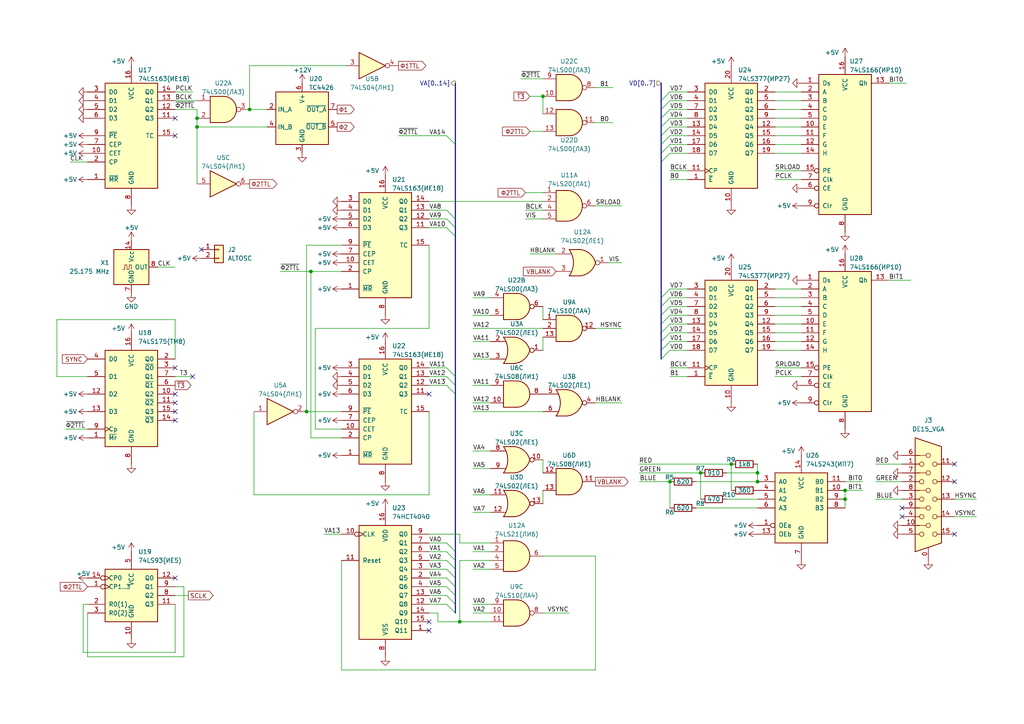
<source format=kicad_sch>
(kicad_sch (version 20230121) (generator eeschema)
  (paper "A4")
  (title_block (title "Pacific-80") (date "2023-07-13") (rev "1"))
  (junction (at 245.11 142.24))
  (junction (at 90.17 78.74))
  (junction (at 219.71 139.7))
  (junction (at 72.39 31.75))
  (junction (at 57.15 36.83))
  (junction (at 133.35 180.34))
  (junction (at 203.2 137.16))
  (junction (at 88.9 119.38))
  (junction (at 194.31 139.7))
  (junction (at 245.11 144.78))
  (junction (at 157.48 27.94))
  (junction (at 57.15 34.29))
  (junction (at 219.71 137.16))
  (junction (at 212.09 134.62))
  (no_connect (at 261.62 149.86))
  (no_connect (at 124.46 114.3))
  (no_connect (at 50.8 106.68))
  (no_connect (at 58.42 72.39))
  (no_connect (at 50.8 116.84))
  (no_connect (at 50.8 34.29))
  (no_connect (at 276.86 134.62))
  (no_connect (at 124.46 182.88))
  (no_connect (at 50.8 39.37))
  (no_connect (at 276.86 139.7))
  (no_connect (at 50.8 119.38))
  (no_connect (at 50.8 121.92))
  (no_connect (at 55.88 109.22))
  (no_connect (at 261.62 147.32))
  (no_connect (at 50.8 114.3))
  (no_connect (at 276.86 154.94))
  (no_connect (at 50.8 167.64))
  (no_connect (at 124.46 180.34))
  (bus_entry (at 194.31 91.44) (size -2.54 2.54))
  (bus_entry (at 129.54 60.96) (size 2.54 2.54))
  (bus_entry (at 194.31 101.6) (size -2.54 2.54))
  (bus_entry (at 129.54 39.37) (size 2.54 2.54))
  (bus_entry (at 194.31 34.29) (size -2.54 2.54))
  (bus_entry (at 194.31 39.37) (size -2.54 2.54))
  (bus_entry (at 129.54 165.1) (size 2.54 2.54))
  (bus_entry (at 129.54 66.04) (size 2.54 2.54))
  (bus_entry (at 194.31 88.9) (size -2.54 2.54))
  (bus_entry (at 194.31 86.36) (size -2.54 2.54))
  (bus_entry (at 194.31 31.75) (size -2.54 2.54))
  (bus_entry (at 129.54 170.18) (size 2.54 2.54))
  (bus_entry (at 129.54 172.72) (size 2.54 2.54))
  (bus_entry (at 129.54 162.56) (size 2.54 2.54))
  (bus_entry (at 194.31 83.82) (size -2.54 2.54))
  (bus_entry (at 194.31 44.45) (size -2.54 2.54))
  (bus_entry (at 194.31 99.06) (size -2.54 2.54))
  (bus_entry (at 129.54 109.22) (size 2.54 2.54))
  (bus_entry (at 194.31 96.52) (size -2.54 2.54))
  (bus_entry (at 129.54 63.5) (size 2.54 2.54))
  (bus_entry (at 194.31 26.67) (size -2.54 2.54))
  (bus_entry (at 129.54 111.76) (size 2.54 2.54))
  (bus_entry (at 194.31 93.98) (size -2.54 2.54))
  (bus_entry (at 129.54 106.68) (size 2.54 2.54))
  (bus_entry (at 194.31 29.21) (size -2.54 2.54))
  (bus_entry (at 194.31 41.91) (size -2.54 2.54))
  (bus_entry (at 129.54 157.48) (size 2.54 2.54))
  (bus_entry (at 129.54 167.64) (size 2.54 2.54))
  (bus_entry (at 194.31 36.83) (size -2.54 2.54))
  (bus_entry (at 129.54 160.02) (size 2.54 2.54))
  (bus_entry (at 129.54 175.26) (size 2.54 2.54))
  (wire (pts (xy 157.48 97.79) (xy 157.48 101.6)))
  (bus (pts (xy 191.77 86.36) (xy 191.77 88.9)))
  (wire (pts (xy 254 139.7) (xy 261.62 139.7)))
  (wire (pts (xy 133.35 180.34) (xy 142.24 180.34)))
  (wire (pts (xy 276.86 144.78) (xy 283.21 144.78)))
  (wire (pts (xy 212.09 142.24) (xy 212.09 134.62)))
  (wire (pts (xy 224.79 34.29) (xy 232.41 34.29)))
  (wire (pts (xy 137.16 116.84) (xy 142.24 116.84)))
  (wire (pts (xy 99.06 71.12) (xy 88.9 71.12)))
  (wire (pts (xy 194.31 26.67) (xy 199.39 26.67)))
  (wire (pts (xy 99.06 154.94) (xy 93.98 154.94)))
  (wire (pts (xy 224.79 49.53) (xy 232.41 49.53)))
  (wire (pts (xy 250.19 139.7) (xy 245.11 139.7)))
  (wire (pts (xy 137.16 95.25) (xy 157.48 95.25)))
  (bus (pts (xy 132.08 66.04) (xy 132.08 68.58)))
  (wire (pts (xy 124.46 167.64) (xy 129.54 167.64)))
  (wire (pts (xy 127 177.8) (xy 127 180.34)))
  (wire (pts (xy 57.15 36.83) (xy 77.47 36.83)))
  (wire (pts (xy 194.31 96.52) (xy 199.39 96.52)))
  (wire (pts (xy 137.16 135.89) (xy 142.24 135.89)))
  (wire (pts (xy 157.48 161.29) (xy 172.72 161.29)))
  (wire (pts (xy 224.79 83.82) (xy 232.41 83.82)))
  (wire (pts (xy 257.81 81.28) (xy 264.16 81.28)))
  (wire (pts (xy 124.46 172.72) (xy 129.54 172.72)))
  (wire (pts (xy 57.15 34.29) (xy 57.15 31.75)))
  (wire (pts (xy 194.31 83.82) (xy 199.39 83.82)))
  (wire (pts (xy 50.8 92.71) (xy 16.51 92.71)))
  (wire (pts (xy 142.24 162.56) (xy 133.35 162.56)))
  (wire (pts (xy 254 144.78) (xy 261.62 144.78)))
  (wire (pts (xy 250.19 142.24) (xy 245.11 142.24)))
  (wire (pts (xy 194.31 31.75) (xy 199.39 31.75)))
  (wire (pts (xy 124.46 66.04) (xy 129.54 66.04)))
  (wire (pts (xy 245.11 142.24) (xy 245.11 144.78)))
  (wire (pts (xy 224.79 93.98) (xy 232.41 93.98)))
  (wire (pts (xy 50.8 175.26) (xy 50.8 189.23)))
  (bus (pts (xy 132.08 162.56) (xy 132.08 165.1)))
  (wire (pts (xy 24.13 175.26) (xy 25.4 175.26)))
  (wire (pts (xy 194.31 52.07) (xy 199.39 52.07)))
  (wire (pts (xy 137.16 104.14) (xy 142.24 104.14)))
  (wire (pts (xy 137.16 160.02) (xy 142.24 160.02)))
  (bus (pts (xy 191.77 41.91) (xy 191.77 44.45)))
  (wire (pts (xy 172.72 59.69) (xy 180.34 59.69)))
  (wire (pts (xy 224.79 101.6) (xy 232.41 101.6)))
  (wire (pts (xy 73.66 143.51) (xy 73.66 119.38)))
  (wire (pts (xy 224.79 41.91) (xy 232.41 41.91)))
  (wire (pts (xy 91.44 95.25) (xy 124.46 95.25)))
  (wire (pts (xy 194.31 34.29) (xy 199.39 34.29)))
  (wire (pts (xy 99.06 194.31) (xy 99.06 162.56)))
  (bus (pts (xy 132.08 41.91) (xy 132.08 63.5)))
  (wire (pts (xy 219.71 137.16) (xy 219.71 139.7)))
  (wire (pts (xy 194.31 41.91) (xy 199.39 41.91)))
  (wire (pts (xy 194.31 101.6) (xy 199.39 101.6)))
  (wire (pts (xy 224.79 109.22) (xy 232.41 109.22)))
  (wire (pts (xy 194.31 93.98) (xy 199.39 93.98)))
  (wire (pts (xy 157.48 142.24) (xy 157.48 146.05)))
  (bus (pts (xy 191.77 34.29) (xy 191.77 36.83)))
  (wire (pts (xy 172.72 116.84) (xy 180.34 116.84)))
  (bus (pts (xy 132.08 172.72) (xy 132.08 175.26)))
  (wire (pts (xy 224.79 86.36) (xy 232.41 86.36)))
  (bus (pts (xy 191.77 44.45) (xy 191.77 46.99)))
  (wire (pts (xy 16.51 109.22) (xy 25.4 109.22)))
  (bus (pts (xy 132.08 160.02) (xy 132.08 162.56)))
  (wire (pts (xy 50.8 109.22) (xy 55.88 109.22)))
  (wire (pts (xy 19.05 124.46) (xy 25.4 124.46)))
  (bus (pts (xy 132.08 175.26) (xy 132.08 177.8)))
  (wire (pts (xy 224.79 106.68) (xy 232.41 106.68)))
  (wire (pts (xy 124.46 177.8) (xy 127 177.8)))
  (wire (pts (xy 90.17 127) (xy 90.17 78.74)))
  (wire (pts (xy 124.46 154.94) (xy 133.35 154.94)))
  (wire (pts (xy 152.4 55.88) (xy 157.48 55.88)))
  (wire (pts (xy 224.79 96.52) (xy 232.41 96.52)))
  (wire (pts (xy 245.11 144.78) (xy 245.11 147.32)))
  (wire (pts (xy 16.51 92.71) (xy 16.51 109.22)))
  (wire (pts (xy 137.16 165.1) (xy 142.24 165.1)))
  (wire (pts (xy 137.16 130.81) (xy 142.24 130.81)))
  (wire (pts (xy 153.67 38.1) (xy 157.48 38.1)))
  (wire (pts (xy 53.34 190.5) (xy 25.4 190.5)))
  (wire (pts (xy 45.72 77.47) (xy 50.8 77.47)))
  (wire (pts (xy 53.34 170.18) (xy 50.8 170.18)))
  (wire (pts (xy 224.79 31.75) (xy 232.41 31.75)))
  (wire (pts (xy 124.46 106.68) (xy 129.54 106.68)))
  (bus (pts (xy 191.77 29.21) (xy 191.77 31.75)))
  (wire (pts (xy 157.48 88.9) (xy 157.48 92.71)))
  (wire (pts (xy 194.31 36.83) (xy 199.39 36.83)))
  (wire (pts (xy 72.39 19.05) (xy 100.33 19.05)))
  (wire (pts (xy 194.31 44.45) (xy 199.39 44.45)))
  (bus (pts (xy 132.08 63.5) (xy 132.08 66.04)))
  (wire (pts (xy 224.79 88.9) (xy 232.41 88.9)))
  (wire (pts (xy 24.13 175.26) (xy 24.13 189.23)))
  (wire (pts (xy 157.48 177.8) (xy 165.1 177.8)))
  (wire (pts (xy 88.9 119.38) (xy 99.06 119.38)))
  (wire (pts (xy 203.2 144.78) (xy 203.2 137.16)))
  (wire (pts (xy 153.67 73.66) (xy 161.29 73.66)))
  (wire (pts (xy 124.46 143.51) (xy 124.46 119.38)))
  (wire (pts (xy 194.31 147.32) (xy 194.31 139.7)))
  (bus (pts (xy 132.08 24.13) (xy 132.08 41.91)))
  (wire (pts (xy 257.81 24.13) (xy 262.89 24.13)))
  (bus (pts (xy 191.77 91.44) (xy 191.77 93.98)))
  (wire (pts (xy 88.9 71.12) (xy 88.9 119.38)))
  (wire (pts (xy 133.35 162.56) (xy 133.35 180.34)))
  (wire (pts (xy 73.66 143.51) (xy 124.46 143.51)))
  (bus (pts (xy 132.08 111.76) (xy 132.08 114.3)))
  (wire (pts (xy 224.79 44.45) (xy 232.41 44.45)))
  (wire (pts (xy 176.53 76.2) (xy 180.34 76.2)))
  (bus (pts (xy 132.08 68.58) (xy 132.08 109.22)))
  (wire (pts (xy 172.72 35.56) (xy 177.8 35.56)))
  (wire (pts (xy 50.8 29.21) (xy 57.15 29.21)))
  (wire (pts (xy 224.79 52.07) (xy 232.41 52.07)))
  (wire (pts (xy 124.46 162.56) (xy 129.54 162.56)))
  (wire (pts (xy 194.31 29.21) (xy 199.39 29.21)))
  (wire (pts (xy 133.35 157.48) (xy 142.24 157.48)))
  (wire (pts (xy 137.16 86.36) (xy 142.24 86.36)))
  (wire (pts (xy 124.46 95.25) (xy 124.46 71.12)))
  (wire (pts (xy 194.31 88.9) (xy 199.39 88.9)))
  (wire (pts (xy 127 180.34) (xy 133.35 180.34)))
  (wire (pts (xy 57.15 36.83) (xy 57.15 53.34)))
  (bus (pts (xy 191.77 39.37) (xy 191.77 41.91)))
  (wire (pts (xy 219.71 139.7) (xy 201.93 139.7)))
  (wire (pts (xy 53.34 170.18) (xy 53.34 190.5)))
  (bus (pts (xy 191.77 88.9) (xy 191.77 91.44)))
  (wire (pts (xy 124.46 175.26) (xy 129.54 175.26)))
  (wire (pts (xy 224.79 26.67) (xy 232.41 26.67)))
  (wire (pts (xy 124.46 111.76) (xy 129.54 111.76)))
  (wire (pts (xy 50.8 31.75) (xy 57.15 31.75)))
  (wire (pts (xy 57.15 34.29) (xy 57.15 36.83)))
  (wire (pts (xy 137.16 175.26) (xy 142.24 175.26)))
  (wire (pts (xy 203.2 137.16) (xy 185.42 137.16)))
  (wire (pts (xy 276.86 149.86) (xy 283.21 149.86)))
  (wire (pts (xy 194.31 91.44) (xy 199.39 91.44)))
  (wire (pts (xy 172.72 25.4) (xy 177.8 25.4)))
  (wire (pts (xy 124.46 63.5) (xy 129.54 63.5)))
  (bus (pts (xy 191.77 99.06) (xy 191.77 101.6)))
  (wire (pts (xy 194.31 99.06) (xy 199.39 99.06)))
  (wire (pts (xy 137.16 91.44) (xy 142.24 91.44)))
  (wire (pts (xy 137.16 99.06) (xy 142.24 99.06)))
  (wire (pts (xy 194.31 109.22) (xy 199.39 109.22)))
  (wire (pts (xy 91.44 124.46) (xy 99.06 124.46)))
  (wire (pts (xy 77.47 31.75) (xy 72.39 31.75)))
  (wire (pts (xy 224.79 91.44) (xy 232.41 91.44)))
  (wire (pts (xy 219.71 144.78) (xy 210.82 144.78)))
  (wire (pts (xy 224.79 29.21) (xy 232.41 29.21)))
  (wire (pts (xy 124.46 170.18) (xy 129.54 170.18)))
  (wire (pts (xy 124.46 157.48) (xy 129.54 157.48)))
  (wire (pts (xy 152.4 63.5) (xy 157.48 63.5)))
  (bus (pts (xy 132.08 114.3) (xy 132.08 160.02)))
  (wire (pts (xy 99.06 127) (xy 90.17 127)))
  (bus (pts (xy 132.08 165.1) (xy 132.08 167.64)))
  (wire (pts (xy 124.46 58.42) (xy 157.48 58.42)))
  (wire (pts (xy 194.31 49.53) (xy 199.39 49.53)))
  (wire (pts (xy 25.4 177.8) (xy 25.4 190.5)))
  (wire (pts (xy 153.67 27.94) (xy 157.48 27.94)))
  (bus (pts (xy 132.08 170.18) (xy 132.08 172.72)))
  (wire (pts (xy 224.79 39.37) (xy 232.41 39.37)))
  (wire (pts (xy 24.13 189.23) (xy 50.8 189.23)))
  (wire (pts (xy 137.16 119.38) (xy 157.48 119.38)))
  (wire (pts (xy 194.31 86.36) (xy 199.39 86.36)))
  (wire (pts (xy 185.42 134.62) (xy 212.09 134.62)))
  (wire (pts (xy 157.48 133.35) (xy 157.48 137.16)))
  (wire (pts (xy 224.79 99.06) (xy 232.41 99.06)))
  (wire (pts (xy 20.32 46.99) (xy 25.4 46.99)))
  (wire (pts (xy 124.46 109.22) (xy 129.54 109.22)))
  (wire (pts (xy 90.17 78.74) (xy 99.06 78.74)))
  (bus (pts (xy 191.77 93.98) (xy 191.77 96.52)))
  (wire (pts (xy 194.31 39.37) (xy 199.39 39.37)))
  (wire (pts (xy 50.8 26.67) (xy 55.88 26.67)))
  (wire (pts (xy 151.13 22.86) (xy 157.48 22.86)))
  (wire (pts (xy 124.46 160.02) (xy 129.54 160.02)))
  (wire (pts (xy 50.8 172.72) (xy 54.61 172.72)))
  (wire (pts (xy 254 134.62) (xy 261.62 134.62)))
  (wire (pts (xy 157.48 27.94) (xy 157.48 33.02)))
  (bus (pts (xy 191.77 96.52) (xy 191.77 99.06)))
  (wire (pts (xy 137.16 177.8) (xy 142.24 177.8)))
  (bus (pts (xy 191.77 24.13) (xy 191.77 29.21)))
  (bus (pts (xy 132.08 109.22) (xy 132.08 111.76)))
  (bus (pts (xy 191.77 36.83) (xy 191.77 39.37)))
  (wire (pts (xy 172.72 95.25) (xy 180.34 95.25)))
  (wire (pts (xy 137.16 143.51) (xy 142.24 143.51)))
  (wire (pts (xy 81.28 78.74) (xy 90.17 78.74)))
  (wire (pts (xy 115.57 39.37) (xy 129.54 39.37)))
  (wire (pts (xy 219.71 134.62) (xy 219.71 137.16)))
  (wire (pts (xy 137.16 111.76) (xy 142.24 111.76)))
  (wire (pts (xy 172.72 194.31) (xy 99.06 194.31)))
  (wire (pts (xy 124.46 165.1) (xy 129.54 165.1)))
  (wire (pts (xy 50.8 104.14) (xy 50.8 92.71)))
  (bus (pts (xy 191.77 31.75) (xy 191.77 34.29)))
  (wire (pts (xy 124.46 60.96) (xy 129.54 60.96)))
  (wire (pts (xy 72.39 19.05) (xy 72.39 31.75)))
  (wire (pts (xy 172.72 161.29) (xy 172.72 194.31)))
  (wire (pts (xy 137.16 148.59) (xy 142.24 148.59)))
  (bus (pts (xy 132.08 167.64) (xy 132.08 170.18)))
  (wire (pts (xy 133.35 157.48) (xy 133.35 154.94)))
  (bus (pts (xy 191.77 101.6) (xy 191.77 104.14)))
  (wire (pts (xy 201.93 147.32) (xy 219.71 147.32)))
  (wire (pts (xy 91.44 124.46) (xy 91.44 95.25)))
  (wire (pts (xy 185.42 139.7) (xy 194.31 139.7)))
  (bus (pts (xy 191.77 46.99) (xy 191.77 86.36)))
  (wire (pts (xy 194.31 106.68) (xy 199.39 106.68)))
  (wire (pts (xy 224.79 36.83) (xy 232.41 36.83)))
  (wire (pts (xy 152.4 60.96) (xy 157.48 60.96)))
  (wire (pts (xy 219.71 137.16) (xy 210.82 137.16)))
  (label "VA3" (at 124.46 165.1 0))
  (label "B1" (at 173.99 25.4 0))
  (label "VD3" (at 194.31 93.98 0))
  (label "CLK" (at 45.72 77.47 0))
  (label "PCLK" (at 224.79 109.22 0))
  (label "VA2" (at 124.46 162.56 0))
  (label "VD5" (at 194.31 31.75 0))
  (label "BIT1" (at 257.81 81.28 0))
  (label "VA2" (at 137.16 165.1 0))
  (label "BCLK" (at 194.31 106.68 0))
  (label "BIT0" (at 250.19 139.7 180))
  (label "VA12" (at 124.46 109.22 0))
  (label "BCLK" (at 50.8 29.21 0))
  (label "VIS" (at 176.53 76.2 0))
  (label "VA8" (at 124.46 60.96 0))
  (label "VA1" (at 137.16 160.02 0))
  (label "~{Ф2TTL}" (at 19.05 124.46 0))
  (label "VD6" (at 194.31 29.21 0))
  (label "RED" (at 257.81 134.62 180))
  (label "VA9" (at 137.16 86.36 0))
  (label "CLK" (at 20.32 46.99 0))
  (label "BIT1" (at 250.19 142.24 180))
  (label "VA14" (at 124.46 39.37 0))
  (label "VD4" (at 194.31 34.29 0))
  (label "VD7" (at 194.31 83.82 0))
  (label "B1" (at 194.31 109.22 0))
  (label "VD4" (at 194.31 91.44 0))
  (label "VD0" (at 194.31 101.6 0))
  (label "VA11" (at 137.16 111.76 0))
  (label "VA11" (at 124.46 106.68 0))
  (label "VA11" (at 137.16 99.06 0))
  (label "SRLOAD" (at 172.72 59.69 0))
  (label "VA10" (at 124.46 66.04 0))
  (label "VSYNC" (at 158.75 177.8 0))
  (label "VA4" (at 137.16 130.81 0))
  (label "VD3" (at 194.31 36.83 0))
  (label "~{Ф2TTL}" (at 115.57 39.37 0))
  (label "VA7" (at 137.16 148.59 0))
  (label "VA13" (at 137.16 119.38 0))
  (label "VA5" (at 137.16 135.89 0))
  (label "PCLK" (at 224.79 52.07 0))
  (label "VA12" (at 137.16 95.25 0))
  (label "BLUE" (at 190.5 139.7 180))
  (label "VD2" (at 194.31 39.37 0))
  (label "HSYNC" (at 173.99 95.25 0))
  (label "BLUE" (at 259.08 144.78 180))
  (label "HBLANK" (at 153.67 73.66 0))
  (label "SRLOAD" (at 224.79 106.68 0))
  (label "~{Ф2TTL}" (at 81.28 78.74 0))
  (label "VD6" (at 194.31 86.36 0))
  (label "VD2" (at 194.31 96.52 0))
  (label "VA6" (at 124.46 172.72 0))
  (label "BIT0" (at 257.81 24.13 0))
  (label "VA4" (at 124.46 167.64 0))
  (label "VA0" (at 137.16 175.26 0))
  (label "VA12" (at 137.16 116.84 0))
  (label "VSYNC" (at 276.86 149.86 0))
  (label "~{Ф2TTL}" (at 151.13 22.86 0))
  (label "VD1" (at 194.31 41.91 0))
  (label "GREEN" (at 260.35 139.7 180))
  (label "VD7" (at 194.31 26.67 0))
  (label "VIS" (at 152.4 63.5 0))
  (label "~{Ф2TTL}" (at 50.8 31.75 0))
  (label "VA0" (at 124.46 157.48 0))
  (label "VA13" (at 124.46 111.76 0))
  (label "VA1" (at 124.46 160.02 0))
  (label "VA7" (at 124.46 175.26 0))
  (label "B0" (at 173.99 35.56 0))
  (label "VD5" (at 194.31 88.9 0))
  (label "HSYNC" (at 276.86 144.78 0))
  (label "VA6" (at 137.16 143.51 0))
  (label "BCLK" (at 194.31 49.53 0))
  (label "SRLOAD" (at 224.79 49.53 0))
  (label "PCLK" (at 50.8 26.67 0))
  (label "VA5" (at 124.46 170.18 0))
  (label "VA13" (at 137.16 104.14 0))
  (label "VA9" (at 124.46 63.5 0))
  (label "VD1" (at 194.31 99.06 0))
  (label "RED" (at 189.23 134.62 180))
  (label "T3" (at 52.07 109.22 0))
  (label "VD0" (at 194.31 44.45 0))
  (label "VA2" (at 137.16 177.8 0))
  (label "GREEN" (at 191.77 137.16 180))
  (label "VA13" (at 93.98 154.94 0))
  (label "VA10" (at 137.16 91.44 0))
  (label "HBLANK" (at 172.72 116.84 0))
  (label "BCLK" (at 152.4 60.96 0))
  (label "B0" (at 194.31 52.07 0))
  (global_label "Ф2TTL" (shape input) (at 153.67 38.1 180) (property "Intersheetrefs" "${INTERSHEET_REFS}" (effects hide)))
  (global_label "Ф1" (shape output) (at 97.79 31.75 0) (property "Intersheetrefs" "${INTERSHEET_REFS}" (effects hide)))
  (global_label "VBLANK" (shape output) (at 172.72 139.7 0) (property "Intersheetrefs" "${INTERSHEET_REFS}" (effects hide)))
  (global_label "Ф2" (shape output) (at 97.79 36.83 0) (property "Intersheetrefs" "${INTERSHEET_REFS}" (effects hide)))
  (global_label "Ф2TTL" (shape output) (at 72.39 53.34 0) (property "Intersheetrefs" "${INTERSHEET_REFS}" (effects hide)))
  (global_label "SCLK" (shape output) (at 54.61 172.72 0) (property "Intersheetrefs" "${INTERSHEET_REFS}" (effects hide)))
  (global_label "~{T3}" (shape input) (at 153.67 27.94 180) (property "Intersheetrefs" "${INTERSHEET_REFS}" (effects hide)))
  (global_label "VBLANK" (shape input) (at 161.29 78.74 180) (property "Intersheetrefs" "${INTERSHEET_REFS}" (effects hide)))
  (global_label "Ф1TTL" (shape output) (at 115.57 19.05 0) (property "Intersheetrefs" "${INTERSHEET_REFS}" (effects hide)))
  (global_label "~{T3}" (shape output) (at 50.8 111.76 0) (property "Intersheetrefs" "${INTERSHEET_REFS}" (effects hide)))
  (global_label "Ф2TTL" (shape input) (at 25.4 170.18 180) (property "Intersheetrefs" "${INTERSHEET_REFS}" (effects hide)))
  (global_label "Ф2TTL" (shape input) (at 152.4 55.88 180) (property "Intersheetrefs" "${INTERSHEET_REFS}" (effects hide)))
  (global_label "SYNC" (shape input) (at 25.4 104.14 180) (property "Intersheetrefs" "${INTERSHEET_REFS}" (effects hide)))
  (hierarchical_label "VA[0..14]" (shape output) (at 132.08 24.13 180))
  (hierarchical_label "VD[0..7]" (shape input) (at 191.77 24.13 180))
  (symbol (lib_id "74xx:74LS20") (at 165.1 59.69 0) (unit 1)
    (property "Reference" "U11" (at 165.1 50.8 0))
    (property "Value" "74LS20(ЛА1)" (at 165.1 53.34 0))
    (property "Footprint" "Package_DIP:DIP-14_W7.62mm" (effects hide))
    (property "Datasheet" "http://www.ti.com/lit/gpn/sn74LS20" (effects hide))
  )
  (symbol (lib_id "power:+5V") (at 212.09 19.05 0) (unit 1)
    (property "Reference" "#PWR02" (effects hide))
    (property "Value" "+5V" (at 208.28 17.78 0))
    (instances (project "pac80" (path "" (reference "#PWR02") (unit 1)) (path "" (reference "#PWR0155") (unit 1))))
  )
  (symbol (lib_id "power:+5V") (at 99.06 114.3 90) (unit 1)
    (property "Reference" "#PWR02" (effects hide))
    (property "Value" "+5V" (at 93.98 114.3 90))
    (instances (project "pac80" (path "" (reference "#PWR02") (unit 1)) (path "" (reference "#PWR0146") (unit 1))))
  )
  (symbol (lib_id "power:+5V") (at 25.4 44.45 90) (unit 1)
    (property "Reference" "#PWR02" (effects hide))
    (property "Value" "+5V" (at 20.32 44.45 90))
    (instances (project "pac80" (path "" (reference "#PWR02") (unit 1)) (path "" (reference "#PWR0118") (unit 1))))
  )
  (symbol (lib_id "74xx:74LS02") (at 149.86 146.05 0) (unit 4)
    (property "Reference" "U3" (at 149.86 138.43 0))
    (property "Value" "74LS02(ЛЕ1)" (at 149.86 140.97 0))
    (property "Footprint" "Package_DIP:DIP-14_W7.62mm" (effects hide))
    (property "Datasheet" "http://www.ti.com/lit/gpn/sn74ls02" (effects hide))
  )
  (symbol (lib_id "power:+5V") (at 25.4 119.38 90) (unit 1)
    (property "Reference" "#PWR02" (effects hide))
    (property "Value" "+5V" (at 20.32 119.38 90))
    (instances (project "pac80" (path "" (reference "#PWR02") (unit 1)) (path "" (reference "#PWR0121") (unit 1))))
  )
  (symbol (lib_id "power:+5V") (at 99.06 106.68 90) (unit 1)
    (property "Reference" "#PWR02" (effects hide))
    (property "Value" "+5V" (at 93.98 106.68 90))
    (instances (project "pac80" (path "" (reference "#PWR02") (unit 1)) (path "" (reference "#PWR0143") (unit 1))))
  )
  (symbol (lib_id "74xx:74LS02") (at 149.86 101.6 0) (unit 1)
    (property "Reference" "U3" (at 149.86 93.98 0))
    (property "Value" "74LS02(ЛЕ1)" (at 149.86 96.52 0))
    (property "Footprint" "Package_DIP:DIP-14_W7.62mm" (effects hide))
    (property "Datasheet" "http://www.ti.com/lit/gpn/sn74ls02" (effects hide))
  )
  (symbol (lib_id "74xx:74LS02") (at 149.86 133.35 0) (unit 3)
    (property "Reference" "U3" (at 149.86 125.73 0))
    (property "Value" "74LS02(ЛЕ1)" (at 149.86 128.27 0))
    (property "Footprint" "Package_DIP:DIP-14_W7.62mm" (effects hide))
    (property "Datasheet" "http://www.ti.com/lit/gpn/sn74ls02" (effects hide))
  )
  (symbol (lib_id "Connector:DE15_Receptacle_HighDensity_MountingHoles") (at 269.24 144.78 0) (unit 1)
    (property "Reference" "J3" (at 269.24 121.92 0))
    (property "Value" "DE15_VGA" (at 269.24 124.46 0))
    (property "Footprint" "Connector_Dsub:DSUB-15-HD_Female_Horizontal_P2.29x1.98mm_EdgePinOffset8.35mm_Housed_MountingHolesOffset10.89mm" (effects hide))
    (property "Datasheet" " ~" (effects hide))
  )
  (symbol (lib_id "power:+5V") (at 219.71 154.94 90) (unit 1)
    (property "Reference" "#PWR02" (effects hide))
    (property "Value" "+5V" (at 214.63 154.94 90))
    (instances (project "pac80" (path "" (reference "#PWR02") (unit 1)) (path "" (reference "#PWR0160") (unit 1))))
  )
  (symbol (lib_id "power:GND") (at 99.06 60.96 270) (unit 1)
    (property "Reference" "#PWR03" (effects hide))
    (property "Value" "GND" (effects hide))
    (instances (project "pac80" (path "" (reference "#PWR03") (unit 1)) (path "" (reference "#PWR0137") (unit 1))))
  )
  (symbol (lib_id "74xx:74LS10") (at 149.86 177.8 0) (unit 3)
    (property "Reference" "U9" (at 149.86 170.18 0))
    (property "Value" "74LS10(ЛА4)" (at 149.86 172.72 0))
    (property "Footprint" "Package_DIP:DIP-14_W7.62mm" (effects hide))
    (property "Datasheet" "http://www.ti.com/lit/gpn/sn74LS10" (effects hide))
  )
  (symbol (lib_id "power:GND") (at 261.62 132.08 270) (unit 1)
    (property "Reference" "#PWR03" (effects hide))
    (property "Value" "GND" (effects hide))
    (instances (project "pac80" (path "" (reference "#PWR03") (unit 1)) (path "" (reference "#PWR0173") (unit 1))))
  )
  (symbol (lib_id "power:+5V") (at 232.41 116.84 90) (unit 1)
    (property "Reference" "#PWR02" (effects hide))
    (property "Value" "+5V" (at 227.33 116.84 90))
    (instances (project "pac80" (path "" (reference "#PWR02") (unit 1)) (path "" (reference "#PWR0166") (unit 1))))
  )
  (symbol (lib_id "74xx:74LS04") (at 64.77 53.34 0) (unit 3)
    (property "Reference" "U5" (at 64.77 45.72 0))
    (property "Value" "74LS04(ЛН1)" (at 64.77 48.26 0))
    (property "Footprint" "Package_DIP:DIP-14_W7.62mm" (effects hide))
    (property "Datasheet" "http://www.ti.com/lit/gpn/sn74LS04" (effects hide))
  )
  (symbol (lib_id "74xx:74LS04") (at 81.28 119.38 0) (unit 1)
    (property "Reference" "U5" (at 81.28 111.76 0))
    (property "Value" "74LS04(ЛН1)" (at 81.28 114.3 0))
    (property "Footprint" "Package_DIP:DIP-14_W7.62mm" (effects hide))
    (property "Datasheet" "http://www.ti.com/lit/gpn/sn74LS04" (effects hide))
  )
  (symbol (lib_id "Device:R") (at 215.9 134.62 270) (mirror x) (unit 1)
    (property "Reference" "R9" (at 213.36 133.35 90) (effects (justify right)))
    (property "Value" "1k8" (at 215.9 134.62 90))
    (property "Footprint" "Resistor_THT:R_Axial_DIN0207_L6.3mm_D2.5mm_P7.62mm_Horizontal" (effects hide))
  )
  (symbol (lib_id "Device:R") (at 207.01 137.16 270) (mirror x) (unit 1)
    (property "Reference" "R7" (at 204.47 135.89 90) (effects (justify right)))
    (property "Value" "910" (at 207.01 137.16 90))
    (property "Footprint" "Resistor_THT:R_Axial_DIN0207_L6.3mm_D2.5mm_P7.62mm_Horizontal" (effects hide))
  )
  (symbol (lib_id "power:+5V") (at 25.4 167.64 90) (unit 1)
    (property "Reference" "#PWR02" (effects hide))
    (property "Value" "+5V" (at 24.13 166.37 90))
    (instances (project "pac80" (path "" (reference "#PWR02") (unit 1)) (path "" (reference "#PWR0123") (unit 1))))
  )
  (symbol (lib_id "power:GND") (at 232.41 111.76 270) (unit 1)
    (property "Reference" "#PWR03" (effects hide))
    (property "Value" "GND" (effects hide))
    (instances (project "pac80" (path "" (reference "#PWR03") (unit 1)) (path "" (reference "#PWR0165") (unit 1))))
  )
  (symbol (lib_id "74xx:74LS93") (at 38.1 172.72 0) (unit 1)
    (property "Reference" "U19" (at 40.0559 160.02 0) (effects (justify left)))
    (property "Value" "74LS93(ИЕ5)" (at 40.0559 162.56 0) (effects (justify left)))
    (property "Footprint" "Package_DIP:DIP-14_W7.62mm" (effects hide))
    (property "Datasheet" "http://www.ti.com/lit/gpn/sn74LS93" (effects hide))
  )
  (symbol (lib_id "74xx:74LS08") (at 149.86 114.3 0) (unit 3)
    (property "Reference" "U6" (at 149.8517 106.68 0))
    (property "Value" "74LS08(ЛИ1)" (at 149.8517 109.22 0))
    (property "Footprint" "Package_DIP:DIP-14_W7.62mm" (effects hide))
    (property "Datasheet" "http://www.ti.com/lit/gpn/sn74LS08" (effects hide))
  )
  (symbol (lib_id "power:GND") (at 87.63 44.45 0) (unit 1)
    (property "Reference" "#PWR03" (effects hide))
    (property "Value" "GND" (effects hide))
    (instances (project "pac80" (path "" (reference "#PWR03") (unit 1)) (path "" (reference "#PWR0135") (unit 1))))
  )
  (symbol (lib_id "74xx:74LS166") (at 245.11 99.06 0) (unit 1)
    (property "Reference" "U28" (at 246.38 74.93 0) (effects (justify left)))
    (property "Value" "74LS166(ИР10)" (at 246.38 77.47 0) (effects (justify left)))
    (property "Footprint" "Package_DIP:DIP-16_W7.62mm" (effects hide))
    (property "Datasheet" "http://www.ti.com/lit/gpn/sn74LS166" (effects hide))
  )
  (symbol (lib_id "power:+5V") (at 219.71 152.4 90) (unit 1)
    (property "Reference" "#PWR02" (effects hide))
    (property "Value" "+5V" (at 214.63 152.4 90))
    (instances (project "pac80" (path "" (reference "#PWR02") (unit 1)) (path "" (reference "#PWR0159") (unit 1))))
  )
  (symbol (lib_id "power:+5V") (at 99.06 132.08 90) (unit 1)
    (property "Reference" "#PWR02" (effects hide))
    (property "Value" "+5V" (at 93.98 132.08 90))
    (instances (project "pac80" (path "" (reference "#PWR02") (unit 1)) (path "" (reference "#PWR0148") (unit 1))))
  )
  (symbol (lib_id "power:GND") (at 38.1 59.69 0) (unit 1)
    (property "Reference" "#PWR03" (effects hide))
    (property "Value" "GND" (effects hide))
    (instances (project "pac80" (path "" (reference "#PWR03") (unit 1)) (path "" (reference "#PWR0125") (unit 1))))
  )
  (symbol (lib_id "74xx:74LS163") (at 38.1 39.37 0) (unit 1)
    (property "Reference" "U17" (at 40.0559 20.32 0) (effects (justify left)))
    (property "Value" "74LS163(ИЕ18)" (at 40.0559 22.86 0) (effects (justify left)))
    (property "Footprint" "Package_DIP:DIP-16_W7.62mm" (effects hide))
    (property "Datasheet" "http://www.ti.com/lit/gpn/sn74LS163" (effects hide))
  )
  (symbol (lib_id "power:+5V") (at 99.06 121.92 90) (unit 1)
    (property "Reference" "#PWR02" (effects hide))
    (property "Value" "+5V" (at 93.98 121.92 90))
    (instances (project "pac80" (path "" (reference "#PWR02") (unit 1)) (path "" (reference "#PWR0147") (unit 1))))
  )
  (symbol (lib_id "power:GND") (at 25.4 29.21 270) (unit 1)
    (property "Reference" "#PWR03" (effects hide))
    (property "Value" "GND" (effects hide))
    (instances (project "pac80" (path "" (reference "#PWR03") (unit 1)) (path "" (reference "#PWR0113") (unit 1))))
  )
  (symbol (lib_id "power:GND") (at 261.62 137.16 270) (unit 1)
    (property "Reference" "#PWR03" (effects hide))
    (property "Value" "GND" (effects hide))
    (instances (project "pac80" (path "" (reference "#PWR03") (unit 1)) (path "" (reference "#PWR0174") (unit 1))))
  )
  (symbol (lib_id "power:GND") (at 232.41 54.61 270) (unit 1)
    (property "Reference" "#PWR03" (effects hide))
    (property "Value" "GND" (effects hide))
    (instances (project "pac80" (path "" (reference "#PWR03") (unit 1)) (path "" (reference "#PWR0162") (unit 1))))
  )
  (symbol (lib_id "power:GND") (at 99.06 58.42 270) (unit 1)
    (property "Reference" "#PWR03" (effects hide))
    (property "Value" "GND" (effects hide))
    (instances (project "pac80" (path "" (reference "#PWR03") (unit 1)) (path "" (reference "#PWR0136") (unit 1))))
  )
  (symbol (lib_id "power:GND") (at 38.1 85.09 0) (unit 1)
    (property "Reference" "#PWR03" (effects hide))
    (property "Value" "GND" (at 38.1 88.9 0))
    (instances (project "pac80" (path "" (reference "#PWR03") (unit 1)) (path "" (reference "#PWR0127") (unit 1))))
  )
  (symbol (lib_id "power:GND") (at 232.41 81.28 270) (unit 1)
    (property "Reference" "#PWR03" (effects hide))
    (property "Value" "GND" (effects hide))
    (instances (project "pac80" (path "" (reference "#PWR03") (unit 1)) (path "" (reference "#PWR0164") (unit 1))))
  )
  (symbol (lib_id "74xx:74LS08") (at 165.1 139.7 0) (unit 4)
    (property "Reference" "U6" (at 165.0917 132.08 0))
    (property "Value" "74LS08(ЛИ1)" (at 165.0917 134.62 0))
    (property "Footprint" "Package_DIP:DIP-14_W7.62mm" (effects hide))
    (property "Datasheet" "http://www.ti.com/lit/gpn/sn74LS08" (effects hide))
  )
  (symbol (lib_id "74xx:74LS163") (at 111.76 119.38 0) (unit 1)
    (property "Reference" "U22" (at 113.7159 100.33 0) (effects (justify left)))
    (property "Value" "74LS163(ИЕ18)" (at 113.7159 102.87 0) (effects (justify left)))
    (property "Footprint" "Package_DIP:DIP-16_W7.62mm" (effects hide))
    (property "Datasheet" "http://www.ti.com/lit/gpn/sn74LS163" (effects hide))
  )
  (symbol (lib_id "Oscillator:DGOF5S3") (at 38.1 77.47 0) (unit 1)
    (property "Reference" "X1" (at 31.75 76.2 0) (effects (justify right)))
    (property "Value" "25.175 MHz" (at 31.75 78.74 0) (effects (justify right)))
    (property "Footprint" "Oscillator:Oscillator_DIP-14" (effects hide))
    (property "Datasheet" "http://www.conwin.com/datasheets/cx/cx030.pdf" (effects hide))
  )
  (symbol (lib_id "power:GND") (at 212.09 59.69 0) (unit 1)
    (property "Reference" "#PWR03" (effects hide))
    (property "Value" "GND" (effects hide))
    (instances (project "pac80" (path "" (reference "#PWR03") (unit 1)) (path "" (reference "#PWR0156") (unit 1))))
  )
  (symbol (lib_id "74xx:74LS00") (at 149.86 88.9 0) (unit 2)
    (property "Reference" "U22" (at 149.8517 81.28 0))
    (property "Value" "74LS00(ЛА3)" (at 149.8517 83.82 0))
    (property "Footprint" "Package_DIP:DIP-14_W7.62mm" (effects hide))
    (property "Datasheet" "http://www.ti.com/lit/gpn/sn74ls00" (effects hide))
    (instances (project "pac80" (path "" (reference "U22") (unit 2)) (path "" (reference "U1") (unit 2))))
  )
  (symbol (lib_id "Device:R") (at 207.01 144.78 270) (mirror x) (unit 1)
    (property "Reference" "R8" (at 204.47 146.05 90) (effects (justify right)))
    (property "Value" "470" (at 207.01 144.78 90))
    (property "Footprint" "Resistor_THT:R_Axial_DIN0207_L6.3mm_D2.5mm_P7.62mm_Horizontal" (effects hide))
  )
  (symbol (lib_id "power:GND") (at 261.62 154.94 270) (unit 1)
    (property "Reference" "#PWR03" (effects hide))
    (property "Value" "GND" (effects hide))
    (instances (project "pac80" (path "" (reference "#PWR03") (unit 1)) (path "" (reference "#PWR0177") (unit 1))))
  )
  (symbol (lib_id "power:GND") (at 261.62 142.24 270) (unit 1)
    (property "Reference" "#PWR03" (effects hide))
    (property "Value" "GND" (effects hide))
    (instances (project "pac80" (path "" (reference "#PWR03") (unit 1)) (path "" (reference "#PWR0175") (unit 1))))
  )
  (symbol (lib_id "power:+5V") (at 99.06 73.66 90) (unit 1)
    (property "Reference" "#PWR02" (effects hide))
    (property "Value" "+5V" (at 93.98 73.66 90))
    (instances (project "pac80" (path "" (reference "#PWR02") (unit 1)) (path "" (reference "#PWR0140") (unit 1))))
  )
  (symbol (lib_id "74xx:74LS243") (at 232.41 147.32 0) (unit 1)
    (property "Reference" "U26" (at 233.68 132.08 0) (effects (justify left)))
    (property "Value" "74LS243(ИП7)" (at 233.68 134.62 0) (effects (justify left)))
    (property "Footprint" "Package_DIP:DIP-14_W7.62mm" (effects hide))
    (property "Datasheet" "http://www.ti.com/lit/gpn/sn74LS243" (effects hide))
  )
  (symbol (lib_id "power:+5V") (at 232.41 59.69 90) (unit 1)
    (property "Reference" "#PWR02" (effects hide))
    (property "Value" "+5V" (at 227.33 59.69 90))
    (instances (project "pac80" (path "" (reference "#PWR02") (unit 1)) (path "" (reference "#PWR0163") (unit 1))))
  )
  (symbol (lib_id "Device:R") (at 215.9 142.24 270) (mirror x) (unit 1)
    (property "Reference" "R10" (at 213.36 143.51 90) (effects (justify right)))
    (property "Value" "360" (at 215.9 142.24 90))
    (property "Footprint" "Resistor_THT:R_Axial_DIN0207_L6.3mm_D2.5mm_P7.62mm_Horizontal" (effects hide))
  )
  (symbol (lib_id "power:+5V") (at 99.06 63.5 90) (unit 1)
    (property "Reference" "#PWR02" (effects hide))
    (property "Value" "+5V" (at 93.98 63.5 90))
    (instances (project "pac80" (path "" (reference "#PWR02") (unit 1)) (path "" (reference "#PWR0138") (unit 1))))
  )
  (symbol (lib_id "power:+5V") (at 99.06 66.04 90) (unit 1)
    (property "Reference" "#PWR02" (effects hide))
    (property "Value" "+5V" (at 93.98 66.04 90))
    (instances (project "pac80" (path "" (reference "#PWR02") (unit 1)) (path "" (reference "#PWR0139") (unit 1))))
  )
  (symbol (lib_id "power:GND") (at 232.41 24.13 270) (unit 1)
    (property "Reference" "#PWR03" (effects hide))
    (property "Value" "GND" (effects hide))
    (instances (project "pac80" (path "" (reference "#PWR03") (unit 1)) (path "" (reference "#PWR0161") (unit 1))))
  )
  (symbol (lib_id "Connector_Generic:Conn_01x02") (at 63.5 72.39 0) (unit 1)
    (property "Reference" "J2" (at 66.04 72.39 0) (effects (justify left)))
    (property "Value" "ALTOSC" (at 66.04 74.93 0) (effects (justify left)))
    (property "Footprint" "Library:OscillatoHalfr_DIP-8" (effects hide))
  )
  (symbol (lib_id "power:GND") (at 111.76 139.7 0) (unit 1)
    (property "Reference" "#PWR03" (effects hide))
    (property "Value" "GND" (effects hide))
    (instances (project "pac80" (path "" (reference "#PWR03") (unit 1)) (path "" (reference "#PWR0152") (unit 1))))
  )
  (symbol (lib_id "power:+5V") (at 99.06 76.2 90) (unit 1)
    (property "Reference" "#PWR02" (effects hide))
    (property "Value" "+5V" (at 93.98 76.2 90))
    (instances (project "pac80" (path "" (reference "#PWR02") (unit 1)) (path "" (reference "#PWR0141") (unit 1))))
  )
  (symbol (lib_id "74xx:74LS02") (at 165.1 116.84 0) (unit 2)
    (property "Reference" "U3" (at 165.1 109.22 0))
    (property "Value" "74LS02(ЛЕ1)" (at 165.1 111.76 0))
    (property "Footprint" "Package_DIP:DIP-14_W7.62mm" (effects hide))
    (property "Datasheet" "http://www.ti.com/lit/gpn/sn74ls02" (effects hide))
  )
  (symbol (lib_id "power:+5V") (at 99.06 83.82 90) (unit 1)
    (property "Reference" "#PWR02" (effects hide))
    (property "Value" "+5V" (at 93.98 83.82 90))
    (instances (project "pac80" (path "" (reference "#PWR02") (unit 1)) (path "" (reference "#PWR0142") (unit 1))))
  )
  (symbol (lib_id "power:GND") (at 38.1 134.62 0) (unit 1)
    (property "Reference" "#PWR03" (effects hide))
    (property "Value" "GND" (effects hide))
    (instances (project "pac80" (path "" (reference "#PWR03") (unit 1)) (path "" (reference "#PWR0129") (unit 1))))
  )
  (symbol (lib_id "power:+5V") (at 245.11 16.51 0) (unit 1)
    (property "Reference" "#PWR02" (effects hide))
    (property "Value" "+5V" (at 241.3 15.24 0))
    (instances (project "pac80" (path "" (reference "#PWR02") (unit 1)) (path "" (reference "#PWR0169") (unit 1))))
  )
  (symbol (lib_id "power:+5V") (at 38.1 19.05 0) (unit 1)
    (property "Reference" "#PWR02" (effects hide))
    (property "Value" "+5V" (at 34.29 17.78 0))
    (instances (project "pac80" (path "" (reference "#PWR02") (unit 1)) (path "" (reference "#PWR0124") (unit 1))))
  )
  (symbol (lib_id "power:GND") (at 99.06 109.22 270) (unit 1)
    (property "Reference" "#PWR03" (effects hide))
    (property "Value" "GND" (effects hide))
    (instances (project "pac80" (path "" (reference "#PWR03") (unit 1)) (path "" (reference "#PWR0144") (unit 1))))
  )
  (symbol (lib_id "power:GND") (at 245.11 124.46 0) (unit 1)
    (property "Reference" "#PWR03" (effects hide))
    (property "Value" "GND" (effects hide))
    (instances (project "pac80" (path "" (reference "#PWR03") (unit 1)) (path "" (reference "#PWR0172") (unit 1))))
  )
  (symbol (lib_id "power:GND") (at 245.11 67.31 0) (unit 1)
    (property "Reference" "#PWR03" (effects hide))
    (property "Value" "GND" (effects hide))
    (instances (project "pac80" (path "" (reference "#PWR03") (unit 1)) (path "" (reference "#PWR0170") (unit 1))))
  )
  (symbol (lib_id "74xx:74LS02") (at 168.91 76.2 0) (unit 1)
    (property "Reference" "U12" (at 168.91 67.31 0))
    (property "Value" "74LS02(ЛЕ1)" (at 168.91 69.85 0))
    (property "Footprint" "Package_DIP:DIP-14_W7.62mm" (effects hide))
    (property "Datasheet" "http://www.ti.com/lit/gpn/sn74ls02" (effects hide))
    (instances (project "pac80" (path "" (reference "U12") (unit 1)) (path "" (reference "U4") (unit 1))))
  )
  (symbol (lib_id "power:GND") (at 25.4 34.29 270) (unit 1)
    (property "Reference" "#PWR03" (effects hide))
    (property "Value" "GND" (effects hide))
    (instances (project "pac80" (path "" (reference "#PWR03") (unit 1)) (path "" (reference "#PWR0115") (unit 1))))
  )
  (symbol (lib_id "74xx:74LS166") (at 245.11 41.91 0) (unit 1)
    (property "Reference" "U27" (at 246.38 17.78 0) (effects (justify left)))
    (property "Value" "74LS166(ИР10)" (at 246.38 20.32 0) (effects (justify left)))
    (property "Footprint" "Package_DIP:DIP-16_W7.62mm" (effects hide))
    (property "Datasheet" "http://www.ti.com/lit/gpn/sn74LS166" (effects hide))
  )
  (symbol (lib_id "power:+5V") (at 38.1 69.85 0) (unit 1)
    (property "Reference" "#PWR02" (effects hide))
    (property "Value" "+5V" (at 38.1 66.04 0))
    (instances (project "pac80" (path "" (reference "#PWR02") (unit 1)) (path "" (reference "#PWR0126") (unit 1))))
  )
  (symbol (lib_id "74xx:74LS00") (at 165.1 25.4 0) (unit 3)
    (property "Reference" "U22" (at 165.1 17.78 0))
    (property "Value" "74LS00(ЛА3)" (at 165.1 20.32 0))
    (property "Footprint" "Package_DIP:DIP-14_W7.62mm" (effects hide))
    (property "Datasheet" "http://www.ti.com/lit/gpn/sn74ls00" (effects hide))
    (instances (project "pac80" (path "" (reference "U22") (unit 3)) (path "" (reference "U1") (unit 3))))
  )
  (symbol (lib_id "power:+5V") (at 212.09 76.2 0) (unit 1)
    (property "Reference" "#PWR02" (effects hide))
    (property "Value" "+5V" (at 208.28 74.93 0))
    (instances (project "pac80" (path "" (reference "#PWR02") (unit 1)) (path "" (reference "#PWR0157") (unit 1))))
  )
  (symbol (lib_id "power:+5V") (at 25.4 127 90) (unit 1)
    (property "Reference" "#PWR02" (effects hide))
    (property "Value" "+5V" (at 20.32 127 90))
    (instances (project "pac80" (path "" (reference "#PWR02") (unit 1)) (path "" (reference "#PWR0122") (unit 1))))
  )
  (symbol (lib_id "power:GND") (at 25.4 31.75 270) (unit 1)
    (property "Reference" "#PWR03" (effects hide))
    (property "Value" "GND" (effects hide))
    (instances (project "pac80" (path "" (reference "#PWR03") (unit 1)) (path "" (reference "#PWR0114") (unit 1))))
  )
  (symbol (lib_id "74xx:74LS21") (at 149.86 161.29 0) (unit 1)
    (property "Reference" "U12" (at 149.8503 152.4 0))
    (property "Value" "74LS21(ЛИ6)" (at 149.8503 154.94 0))
    (property "Footprint" "Package_DIP:DIP-14_W7.62mm" (effects hide))
    (property "Datasheet" "http://www.ti.com/lit/gpn/sn74LS21" (effects hide))
  )
  (symbol (lib_id "power:GND") (at 212.09 116.84 0) (unit 1)
    (property "Reference" "#PWR03" (effects hide))
    (property "Value" "GND" (effects hide))
    (instances (project "pac80" (path "" (reference "#PWR03") (unit 1)) (path "" (reference "#PWR0158") (unit 1))))
  )
  (symbol (lib_id "power:GND") (at 232.41 162.56 0) (unit 1)
    (property "Reference" "#PWR03" (effects hide))
    (property "Value" "GND" (effects hide))
    (instances (project "pac80" (path "" (reference "#PWR03") (unit 1)) (path "" (reference "#PWR0168") (unit 1))))
  )
  (symbol (lib_id "power:+5V") (at 111.76 50.8 0) (unit 1)
    (property "Reference" "#PWR02" (effects hide))
    (property "Value" "+5V" (at 107.95 49.53 0))
    (instances (project "pac80" (path "" (reference "#PWR02") (unit 1)) (path "" (reference "#PWR0149") (unit 1))))
  )
  (symbol (lib_id "74xx:74LS00") (at 64.77 31.75 0) (unit 1)
    (property "Reference" "U22" (at 64.7617 24.13 0))
    (property "Value" "74LS00(ЛА3)" (at 64.7617 26.67 0))
    (property "Footprint" "Package_DIP:DIP-14_W7.62mm" (effects hide))
    (property "Datasheet" "http://www.ti.com/lit/gpn/sn74ls00" (effects hide))
    (instances (project "pac80" (path "" (reference "U22") (unit 1)) (path "" (reference "U1") (unit 1))))
  )
  (symbol (lib_id "power:+5V") (at 38.1 160.02 0) (unit 1)
    (property "Reference" "#PWR02" (effects hide))
    (property "Value" "+5V" (at 34.29 158.75 0))
    (instances (project "pac80" (path "" (reference "#PWR02") (unit 1)) (path "" (reference "#PWR0130") (unit 1))))
  )
  (symbol (lib_id "power:+5V") (at 25.4 41.91 90) (unit 1)
    (property "Reference" "#PWR02" (effects hide))
    (property "Value" "+5V" (at 20.32 41.91 90))
    (instances (project "pac80" (path "" (reference "#PWR02") (unit 1)) (path "" (reference "#PWR0117") (unit 1))))
  )
  (symbol (lib_id "power:+5V") (at 25.4 114.3 90) (unit 1)
    (property "Reference" "#PWR02" (effects hide))
    (property "Value" "+5V" (at 20.32 114.3 90))
    (instances (project "pac80" (path "" (reference "#PWR02") (unit 1)) (path "" (reference "#PWR0120") (unit 1))))
  )
  (symbol (lib_id "74xx:74LS10") (at 165.1 95.25 0) (unit 1)
    (property "Reference" "U9" (at 165.1 87.63 0))
    (property "Value" "74LS10(ЛА4)" (at 165.1 90.17 0))
    (property "Footprint" "Package_DIP:DIP-14_W7.62mm" (effects hide))
    (property "Datasheet" "http://www.ti.com/lit/gpn/sn74LS10" (effects hide))
  )
  (symbol (lib_id "74xx:74LS377") (at 212.09 96.52 0) (unit 1)
    (property "Reference" "U25" (at 214.0459 77.47 0) (effects (justify left)))
    (property "Value" "74LS377(ИР27)" (at 214.0459 80.01 0) (effects (justify left)))
    (property "Footprint" "Package_DIP:DIP-20_W7.62mm" (effects hide))
    (property "Datasheet" "http://www.ti.com/lit/gpn/sn74LS377" (effects hide))
  )
  (symbol (lib_id "74xx:74LS175") (at 38.1 114.3 0) (unit 1)
    (property "Reference" "U18" (at 40.0559 96.52 0) (effects (justify left)))
    (property "Value" "74LS175(ТМ8)" (at 40.0559 99.06 0) (effects (justify left)))
    (property "Footprint" "Package_DIP:DIP-16_W7.62mm" (effects hide))
    (property "Datasheet" "http://www.ti.com/lit/gpn/sn74LS175" (effects hide))
  )
  (symbol (lib_id "Device:R") (at 198.12 147.32 270) (mirror x) (unit 1)
    (property "Reference" "R6" (at 195.58 148.59 90) (effects (justify right)))
    (property "Value" "620" (at 198.12 147.32 90))
    (property "Footprint" "Resistor_THT:R_Axial_DIN0207_L6.3mm_D2.5mm_P7.62mm_Horizontal" (effects hide))
  )
  (symbol (lib_id "power:+5V") (at 25.4 39.37 90) (unit 1)
    (property "Reference" "#PWR02" (effects hide))
    (property "Value" "+5V" (at 20.32 39.37 90))
    (instances (project "pac80" (path "" (reference "#PWR02") (unit 1)) (path "" (reference "#PWR0116") (unit 1))))
  )
  (symbol (lib_id "power:+5V") (at 25.4 52.07 90) (unit 1)
    (property "Reference" "#PWR02" (effects hide))
    (property "Value" "+5V" (at 20.32 52.07 90))
    (instances (project "pac80" (path "" (reference "#PWR02") (unit 1)) (path "" (reference "#PWR0119") (unit 1))))
  )
  (symbol (lib_id "power:GND") (at 111.76 190.5 0) (unit 1)
    (property "Reference" "#PWR03" (effects hide))
    (property "Value" "GND" (effects hide))
    (instances (project "pac80" (path "" (reference "#PWR03") (unit 1)) (path "" (reference "#PWR0154") (unit 1))))
  )
  (symbol (lib_id "power:GND") (at 261.62 152.4 270) (unit 1)
    (property "Reference" "#PWR03" (effects hide))
    (property "Value" "GND" (effects hide))
    (instances (project "pac80" (path "" (reference "#PWR03") (unit 1)) (path "" (reference "#PWR0176") (unit 1))))
  )
  (symbol (lib_id "power:+12V") (at 87.63 24.13 0) (unit 1)
    (property "Reference" "#PWR05" (effects hide))
    (property "Value" "+12V" (at 85.09 20.32 0) (effects (justify left)))
    (instances (project "pac80" (path "" (reference "#PWR05") (unit 1)) (path "" (reference "#PWR0134") (unit 1))))
  )
  (symbol (lib_id "74xx:74LS377") (at 212.09 39.37 0) (unit 1)
    (property "Reference" "U24" (at 214.0459 20.32 0) (effects (justify left)))
    (property "Value" "74LS377(ИР27)" (at 214.0459 22.86 0) (effects (justify left)))
    (property "Footprint" "Package_DIP:DIP-20_W7.62mm" (effects hide))
    (property "Datasheet" "http://www.ti.com/lit/gpn/sn74LS377" (effects hide))
  )
  (symbol (lib_id "power:+5V") (at 58.42 74.93 90) (unit 1)
    (property "Reference" "#PWR02" (effects hide))
    (property "Value" "+5V" (at 53.34 74.93 90))
    (instances (project "pac80" (path "" (reference "#PWR02") (unit 1)) (path "" (reference "#PWR0133") (unit 1))))
  )
  (symbol (lib_id "power:+5V") (at 38.1 96.52 0) (unit 1)
    (property "Reference" "#PWR02" (effects hide))
    (property "Value" "+5V" (at 34.29 95.25 0))
    (instances (project "pac80" (path "" (reference "#PWR02") (unit 1)) (path "" (reference "#PWR0128") (unit 1))))
  )
  (symbol (lib_id "power:GND") (at 269.24 162.56 0) (unit 1)
    (property "Reference" "#PWR03" (effects hide))
    (property "Value" "GND" (effects hide))
    (instances (project "pac80" (path "" (reference "#PWR03") (unit 1)) (path "" (reference "#PWR0178") (unit 1))))
  )
  (symbol (lib_id "power:GND") (at 99.06 111.76 270) (unit 1)
    (property "Reference" "#PWR03" (effects hide))
    (property "Value" "GND" (effects hide))
    (instances (project "pac80" (path "" (reference "#PWR03") (unit 1)) (path "" (reference "#PWR0145") (unit 1))))
  )
  (symbol (lib_id "power:GND") (at 25.4 26.67 270) (unit 1)
    (property "Reference" "#PWR03" (effects hide))
    (property "Value" "GND" (effects hide))
    (instances (project "pac80" (path "" (reference "#PWR03") (unit 1)) (path "" (reference "#PWR0112") (unit 1))))
  )
  (symbol (lib_id "power:+5V") (at 232.41 132.08 0) (unit 1)
    (property "Reference" "#PWR02" (effects hide))
    (property "Value" "+5V" (at 228.6 130.81 0))
    (instances (project "pac80" (path "" (reference "#PWR02") (unit 1)) (path "" (reference "#PWR0167") (unit 1))))
  )
  (symbol (lib_id "74xx:74LS04") (at 107.95 19.05 0) (unit 2)
    (property "Reference" "U5" (at 107.95 22.86 0))
    (property "Value" "74LS04(ЛН1)" (at 107.95 25.4 0))
    (property "Footprint" "Package_DIP:DIP-14_W7.62mm" (effects hide))
    (property "Datasheet" "http://www.ti.com/lit/gpn/sn74LS04" (effects hide))
  )
  (symbol (lib_id "4xxx:4040") (at 111.76 167.64 0) (unit 1)
    (property "Reference" "U23" (at 113.7159 147.32 0) (effects (justify left)))
    (property "Value" "74HCT4040" (at 113.7159 149.86 0) (effects (justify left)))
    (property "Footprint" "Package_DIP:DIP-16_W7.62mm" (effects hide))
    (property "Datasheet" "http://www.intersil.com/content/dam/Intersil/documents/cd40/cd4020bms-24bms-40bms.pdf" (effects hide))
  )
  (symbol (lib_id "power:GND") (at 38.1 185.42 0) (unit 1)
    (property "Reference" "#PWR03" (effects hide))
    (property "Value" "GND" (effects hide))
    (instances (project "pac80" (path "" (reference "#PWR03") (unit 1)) (path "" (reference "#PWR0131") (unit 1))))
  )
  (symbol (lib_id "74xx:74LS00") (at 165.1 35.56 0) (unit 4)
    (property "Reference" "U22" (at 165.1 40.64 0))
    (property "Value" "74LS00(ЛА3)" (at 165.1 43.18 0))
    (property "Footprint" "Package_DIP:DIP-14_W7.62mm" (effects hide))
    (property "Datasheet" "http://www.ti.com/lit/gpn/sn74ls00" (effects hide))
    (instances (project "pac80" (path "" (reference "U22") (unit 4)) (path "" (reference "U1") (unit 4))))
  )
  (symbol (lib_id "74xx:74LS163") (at 111.76 71.12 0) (unit 1)
    (property "Reference" "U21" (at 113.7159 52.07 0) (effects (justify left)))
    (property "Value" "74LS163(ИЕ18)" (at 113.7159 54.61 0) (effects (justify left)))
    (property "Footprint" "Package_DIP:DIP-16_W7.62mm" (effects hide))
    (property "Datasheet" "http://www.ti.com/lit/gpn/sn74LS163" (effects hide))
  )
  (symbol (lib_id "Driver_FET:MIC4426") (at 87.63 34.29 0) (unit 1)
    (property "Reference" "U20" (at 89.5859 22.86 0) (effects (justify left)))
    (property "Value" "TC4426" (at 89.5859 25.4 0) (effects (justify left)))
    (property "Footprint" "Package_DIP:DIP-8_W7.62mm" (effects hide))
    (property "Datasheet" "http://www.intersil.com/content/dam/Intersil/documents/el72/el7202-12-22.pdf" (effects hide))
  )
  (symbol (lib_id "Device:R") (at 198.12 139.7 270) (mirror x) (unit 1)
    (property "Reference" "R5" (at 195.58 138.43 90) (effects (justify right)))
    (property "Value" "620" (at 198.12 139.7 90))
    (property "Footprint" "Resistor_THT:R_Axial_DIN0207_L6.3mm_D2.5mm_P7.62mm_Horizontal" (effects hide))
  )
  (symbol (lib_id "power:GND") (at 111.76 91.44 0) (unit 1)
    (property "Reference" "#PWR03" (effects hide))
    (property "Value" "GND" (effects hide))
    (instances (project "pac80" (path "" (reference "#PWR03") (unit 1)) (path "" (reference "#PWR0150") (unit 1))))
  )
  (symbol (lib_id "power:+5V") (at 111.76 147.32 0) (unit 1)
    (property "Reference" "#PWR02" (effects hide))
    (property "Value" "+5V" (at 107.95 146.05 0))
    (instances (project "pac80" (path "" (reference "#PWR02") (unit 1)) (path "" (reference "#PWR0153") (unit 1))))
  )
  (symbol (lib_id "power:+5V") (at 111.76 99.06 0) (unit 1)
    (property "Reference" "#PWR02" (effects hide))
    (property "Value" "+5V" (at 107.95 97.79 0))
    (instances (project "pac80" (path "" (reference "#PWR02") (unit 1)) (path "" (reference "#PWR0151") (unit 1))))
  )
  (symbol (lib_id "power:+5V") (at 245.11 73.66 0) (unit 1)
    (property "Reference" "#PWR02" (effects hide))
    (property "Value" "+5V" (at 241.3 72.39 0))
    (instances (project "pac80" (path "" (reference "#PWR02") (unit 1)) (path "" (reference "#PWR0171") (unit 1))))
  )
)
</source>
